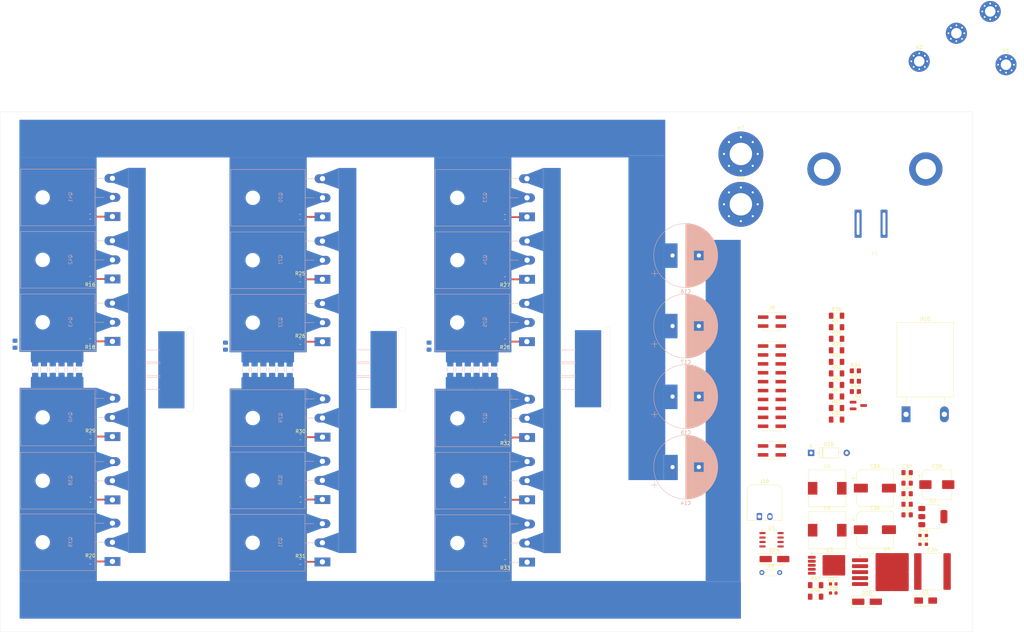
<source format=kicad_pcb>
(kicad_pcb (version 20241229) (generator "pcbnew") (generator_version "9.0")
  (layers (0 "F.Cu" signal) (4 "In1.Cu" signal) (6 "In2.Cu" signal) (2 "B.Cu" signal) (13 "F.Paste" user) (15 "B.Paste" user) (5 "F.SilkS" user "F.Silkscreen") (7 "B.SilkS" user "B.Silkscreen") (1 "F.Mask" user) (3 "B.Mask" user) (25 "Edge.Cuts" user))
  (net 0 "")
  (net 1 "GND")
  (net 2 "V+")
  (net 3 "/temp2")
  (net 4 "VCC")
  (net 5 "/C_B")
  (net 6 "/DS_C")
  (net 7 "Net-(Q23-G)")
  (net 8 "/C_C")
  (net 9 "/temp3")
  (net 10 "/temp1")
  (net 11 "/C_A")
  (net 12 "/DS_A")
  (net 13 "/PhaseC")
  (net 14 "/DS_B")
  (net 15 "Net-(Q20-G)")
  (net 16 "Net-(Q26-G)")
  (net 17 "Net-(Q29-G)")
  (net 18 "Net-(Q38-G)")
  (net 19 "Net-(Q41-G)")
  (net 20 "Net-(Q21-G)")
  (net 21 "Net-(Q22-G)")
  (net 22 "Net-(Q24-G)")
  (net 23 "Net-(Q25-G)")
  (net 24 "Net-(Q27-G)")
  (net 25 "Net-(Q28-G)")
  (net 26 "Net-(Q30-G)")
  (net 27 "Net-(Q31-G)")
  (net 28 "Net-(Q39-G)")
  (net 29 "Net-(Q40-G)")
  (net 30 "Net-(Q42-G)")
  (net 31 "Net-(Q43-G)")
  (net 32 "+12V")
  (net 33 "Net-(U3-P$4)")
  (net 34 "+3.3V")
  (net 35 "Net-(D1-K)")
  (net 36 "Net-(D9-K)")
  (net 37 "BATT-")
  (net 38 "Net-(D14-K)")
  (net 39 "Net-(D14-A)")
  (net 40 "Net-(D15-K)")
  (net 41 "Net-(D17-A)")
  (net 42 "Net-(D18-A)")
  (net 43 "/PWM_CL")
  (net 44 "/PWM_AH")
  (net 45 "/PWM_BH")
  (net 46 "/phaseA")
  (net 47 "/PWM_BL")
  (net 48 "/phaseB")
  (net 49 "/PWM_AL")
  (net 50 "/PWM_CH")
  (net 51 "BATT+")
  (net 52 "Net-(J16-Pin_2)")
  (net 53 "FINISH")
  (net 54 "Net-(D2-A)")
  (net 55 "Net-(R36-Pad2)")
  (net 56 "Net-(R37-Pad2)")
  (net 57 "Net-(U1A--)")
  (net 58 "Net-(R40-Pad2)")
  (net 59 "Net-(R41-Pad2)")
  (net 60 "VOLT_MEAS")
  (net 61 "VOLT_MEAS_STM32")
  (net 62 "/Powerstagee/DS_A")
  (net 63 "/Powerstagee/C_A")
  (net 64 "/Powerstagee/C_B")
  (net 65 "/Powerstagee/DS_B")
  (net 66 "/Powerstagee/DS_C")
  (net 67 "/Powerstagee/C_C")
  (net 68 "/Powerstagee/Gate_AH")
  (net 69 "/Powerstagee/Gate_AL")
  (net 70 "/Powerstagee/temp1")
  (net 71 "/Powerstagee/temp2")
  (net 72 "/Powerstagee/temp3")
  (net 73 "/Powerstagee/Gate_BH")
  (net 74 "/Powerstagee/Gate_BL")
  (net 75 "/Powerstagee/Gate_CH")
  (net 76 "/Powerstagee/Gate_CL")
  (net 77 "+5V")
  (footprint "Package_TO_SOT_SMD:SOT-23_Handsoldering" (layer "F.Cu") (at 260.5 99.725)
    (property "Reference" "Q2")
    (property "Value" "AO3404")
  )
  (footprint "Resistor_SMD:R_0805_2012Metric_Pad1.20x1.40mm_HandSolder" (layer "F.Cu") (at 159.906179 126.6117)
    (property "Reference" "R24" (hide yes))
    (property "Value" "R")
  )
  (footprint "Capacitor_SMD:C_0805_2012Metric_Pad1.18x1.45mm_HandSolder" (layer "F.Cu") (at 274.395 121.865)
    (property "Reference" "C39")
    (property "Value" "1uF")
  )
  (footprint "Resistor_SMD:R_0805_2012Metric_Pad1.20x1.40mm_HandSolder" (layer "F.Cu") (at 101.582482 126.546299 180)
    (property "Reference" "R22" (hide yes))
    (property "Value" "R")
  )
  (footprint "Resistor_THT:R_Axial_DIN0204_L3.6mm_D1.6mm_P5.08mm_Horizontal" (layer "F.Cu") (at 233.02 147.35)
    (property "Reference" "D9")
    (property "Value" "10V")
  )
  (footprint "Connector_PinSocket_2.54mm:PinSocket_2x02_P2.54mm_Vertical_SMD" (layer "F.Cu") (at 235.9 75.8)
    (property "Reference" "J6")
    (property "Value" "V+_supply")
  )
  (footprint "MountingHole:MountingHole_6.4mm_M6_Pad_Via" (layer "F.Cu") (at 227.030887 42.355887)
    (property "Reference" "H8")
    (property "Value" "MountingHole_Pad")
  )
  (footprint "Resistor_SMD:R_1206_3216Metric_Pad1.30x1.75mm_HandSolder" (layer "F.Cu") (at 254.3 80.7)
    (property "Reference" "R38")
    (property "Value" "33K")
  )
  (footprint "RELAY180LH:Untitled" (layer "F.Cu") (at 265.225 44.3)
    (property "Reference" "K1")
    (property "Value" "Relay_SPST-NO")
  )
  (footprint "Capacitor_SMD:C_0805_2012Metric_Pad1.18x1.45mm_HandSolder" (layer "F.Cu") (at 274.395 130.895)
    (property "Reference" "C42")
    (property "Value" "10uF")
  )
  (footprint "Package_TO_SOT_THT:TO-247-2_Horizontal_TabDown" (layer "F.Cu") (at 274.1 102.24)
    (property "Reference" "R10")
    (property "Value" "500")
  )
  (footprint "Resistor_SMD:R_0805_2012Metric_Pad1.20x1.40mm_HandSolder" (layer "F.Cu") (at 101.5 81.539428)
    (property "Reference" "R26")
    (property "Value" "R")
  )
  (footprint "Resistor_SMD:R_0805_2012Metric_Pad1.20x1.40mm_HandSolder" (layer "F.Cu") (at 41.728664 108.581606)
    (property "Reference" "R29")
    (property "Value" "R")
  )
  (footprint "MountingHole:MountingHole_3mm_Pad_Via" (layer "F.Cu") (at 288.43198 -6.40901)
    (property "Reference" "H3" (hide yes))
    (property "Value" "MountingHole")
  )
  (footprint "Resistor_SMD:R_0805_2012Metric_Pad1.20x1.40mm_HandSolder" (layer "F.Cu") (at 41.703692 144.186659)
    (property "Reference" "R20")
    (property "Value" "R")
  )
  (footprint "Package_TO_SOT_SMD:TO-252-5_TabPin6" (layer "F.Cu") (at 252.275 145.275)
    (property "Reference" "U3")
    (property "Value" "XL7015")
  )
  (footprint "Capacitor_SMD:C_0805_2012Metric_Pad1.18x1.45mm_HandSolder" (layer "F.Cu") (at 274.395 124.875)
    (property "Reference" "C40")
    (property "Value" "100nF")
  )
  (footprint "Resistor_SMD:R_0805_2012Metric_Pad1.20x1.40mm_HandSolder" (layer "F.Cu") (at 101.554067 144.304336)
    (property "Reference" "R31")
    (property "Value" "R")
  )
  (footprint "LED_SMD:LED_0603_1608Metric" (layer "F.Cu") (at 253.355 150.595)
    (property "Reference" "D17")
    (property "Value" "5V LED")
  )
  (footprint "Resistor_SMD:R_0805_2012Metric_Pad1.20x1.40mm_HandSolder" (layer "F.Cu") (at 101.5 45.956666 180)
    (property "Reference" "R21" (hide yes))
    (property "Value" "R")
  )
  (footprint "Capacitor_SMD:CP_Elec_10x10" (layer "F.Cu") (at 265.22 135.125)
    (property "Reference" "C36")
    (property "Value" "33u")
  )
  (footprint "Resistor_SMD:R_0603_1608Metric_Pad0.98x0.95mm_HandSolder" (layer "F.Cu") (at 278.975 136.775)
    (property "Reference" "R46")
    (property "Value" "1k")
  )
  (footprint "LED_SMD:LED_0603_1608Metric" (layer "F.Cu") (at 253.355 153.185)
    (property "Reference" "D18")
    (property "Value" "12V LED")
  )
  (footprint "Resistor_SMD:R_1206_3216Metric_Pad1.30x1.75mm_HandSolder" (layer "F.Cu") (at 248.335 154.235)
    (property "Reference" "R48")
    (property "Value" "150K")
  )
  (footprint "Resistor_SMD:R_0805_2012Metric_Pad1.20x1.40mm_HandSolder" (layer "F.Cu") (at 159.827207 63.752582 180)
    (property "Reference" "R27")
    (property "Value" "R")
  )
  (footprint "Resistor_SMD:R_0805_2012Metric_Pad1.20x1.40mm_HandSolder" (layer "F.Cu") (at 159.92033 108.854438 180)
    (property "Reference" "R32")
    (property "Value" "R")
  )
  (footprint "Connector_PinSocket_2.54mm:PinSocket_2x02_P2.54mm_Vertical_SMD" (layer "F.Cu") (at 235.88 112.53)
    (property "Reference" "J5" (hide yes))
    (property "Value" "Gnd_supply")
  )
  (footprint "Resistor_SMD:R_0805_2012Metric_Pad1.20x1.40mm_HandSolder" (layer "F.Cu") (at 41.748182 126.572709 180)
    (property "Reference" "R14" (hide yes))
    (property "Value" "R")
  )
  (footprint "Resistor_SMD:R_0805_2012Metric_Pad1.20x1.40mm_HandSolder" (layer "F.Cu") (at 41.631455 81.446613 180)
    (property "Reference" "R18")
    (property "Value" "R")
  )
  (footprint "Resistor_SMD:R_1206_3216Metric_Pad1.30x1.75mm_HandSolder" (layer "F.Cu") (at 254.3 74.12)
    (property "Reference" "R36")
    (property "Value" "470K")
  )
  (footprint "Resistor_SMD:R_0805_2012Metric_Pad1.20x1.40mm_HandSolder" (layer "F.Cu") (at 101.582482 108.752671)
    (property "Reference" "R30")
    (property "Value" "R")
  )
  (footprint "Diode_SMD:D_SMA" (layer "F.Cu") (at 279.68 155.335)
    (property "Reference" "D1")
    (property "Value" "SS210")
  )
  (footprint "Connector_Molex:Molex_Micro-Fit_3.0_43650-0200_1x02_P3.00mm_Horizontal" (layer "F.Cu") (at 232.32 131.39)
    (property "Reference" "J16")
    (property "Value" "External Switch")
  )
  (footprint "Package_TO_SOT_SMD:SOT-223-3_TabPin2" (layer "F.Cu") (at 281.725 131.4)
    (property "Reference" "U2")
    (property "Value" "AMS1117-3.3")
  )
  (footprint "Resistor_SMD:R_0805_2012Metric_Pad1.20x1.40mm_HandSolder" (layer "F.Cu") (at 259.65 89.85)
    (property "Reference" "R34")
    (property "Value" "1k")
  )
  (footprint "Capacitor_SMD:C_0805_2012Metric_Pad1.18x1.45mm_HandSolder" (layer "F.Cu") (at 274.395 118.855)
    (property "Reference" "C37")
    (property "Value" "33nF")
  )
  (footprint "Resistor_SMD:R_0603_1608Metric_Pad0.98x0.95mm_HandSolder" (layer "F.Cu") (at 278.975 139.285)
    (property "Reference" "R49")
    (property "Value" "1k")
  )
  (footprint "Resistor_SMD:R_0805_2012Metric_Pad1.20x1.40mm_HandSolder" (layer "F.Cu") (at 259.65 92.8)
    (property "Reference" "R35")
    (property "Value" "10K")
  )
  (footprint "Resistor_SMD:R_1206_3216Metric_Pad1.30x1.75mm_HandSolder" (layer "F.Cu") (at 248.335 150.945)
    (property "Reference" "R47")
    (property "Value" "150K")
  )
  (footprint "Resistor_SMD:R_1206_3216Metric_Pad1.30x1.75mm_HandSolder" (layer "F.Cu") (at 254.3 77.41)
    (property "Reference" "R37")
    (property "Value" "220K")
  )
  (footprint "Resistor_SMD:R_1206_3216Metric_Pad1.30x1.75mm_HandSolder" (layer "F.Cu") (at 254.3 90.57)
    (property "Reference" "R41")
    (property "Value" "150K")
  )
  (footprint "Inductor_SMD:L_10.4x10.4_H4.8" (layer "F.Cu") (at 251.635 123.325)
    (property "Reference" "L4")
    (property "Value" "33u")
  )
  (footprint "MountingHole:MountingHole_3mm_Pad_Via" (layer "F.Cu") (at 277.84099 1.59099)
    (property "Reference" "H2")
    (property "Value" "MountingHole")
  )
  (footprint "Package_TO_SOT_SMD:TO-263-5_TabPin3" (layer "F.Cu") (at 268.635 147.225)
    (property "Reference" "U4")
    (property "Value" "LM2596S-5")
  )
  (footprint "Resistor_SMD:R_1206_3216Metric_Pad1.30x1.75mm_HandSolder" (layer "F.Cu") (at 254.3 97.15)
    (property "Reference" "R43")
    (property "Value" "10K")
  )
  (footprint "Inductor_SMD:L_10.4x10.4_H4.8" (layer "F.Cu") (at 251.635 135.275)
    (property "Reference" "L5")
    (property "Value" "100uH")
  )
  (footprint "Capacitor_SMD:CP_Elec_8x10" (layer "F.Cu") (at 282.86 122.275)
    (property "Reference" "C38")
    (property "Value" "100uF")
  )
  (footprint "Resistor_SMD:R_0805_2012Metric_Pad1.20x1.40mm_HandSolder" (layer "F.Cu") (at 41.659155 63.639637 180)
    (property "Reference" "R16")
    (property "Value" "R")
  )
  (footprint "MountingHole:MountingHole_3mm_Pad_Via" (layer "F.Cu") (at 302.56802 2.56802)
    (property "Reference" "H1")
    (property "Value" "MountingHole")
  )
  (footprint "MountingHole:MountingHole_3mm_Pad_Via" (layer "F.Cu") (at 298.06802 -12.61396)
    (property "Reference" "H4" (hide yes))
    (property "Value" "MountingHole")
  )
  (footprint "Capacitor_SMD:C_0805_2012Metric_Pad1.18x1.45mm_HandSolder" (layer "F.Cu") (at 274.395 127.885)
    (property "Reference" "C41")
    (property "Value" "10uF")
  )
  (footprint "Diode_THT:D_A-405_P10.16mm_Horizontal" (layer "F.Cu") (at 247.035 113.225)
    (property "Reference" "D16")
    (property "Value" "24V")
  )
  (footprint "Resistor_SMD:R_1206_3216Metric_Pad1.30x1.75mm_HandSolder" (layer "F.Cu") (at 254.3 93.86)
    (property "Reference" "R42")
    (property "Value" "33K")
  )
  (footprint "Resistor_SMD:R_1206_3216Metric_Pad1.30x1.75mm_HandSolder" (layer "F.Cu") (at 254.3 83.99)
    (property "Reference" "R39")
    (property "Value" "10K")
  )
  (footprint "Resistor_SMD:R_0805_2012Metric_Pad1.20x1.40mm_HandSolder" (layer "F.Cu") (at 159.88955 144.38242 180)
    (property "Reference" "R33")
    (property "Value" "R")
  )
  (footprint "Resistor_SMD:R_0805_2012Metric_Pad1.20x1.40mm_HandSolder" (layer "F.Cu") (at 159.809121 45.998994)
    (property "Reference" "R23" (hide yes))
    (property "Value" "R")
  )
  (footprint "Capacitor_SMD:CP_Elec_10x10" (layer "F.Cu") (at 265.22 123.275)
    (property "Reference" "C33")
    (property "Value" "680uF")
  )
  (footprint "Resistor_SMD:R_0805_2012Metric_Pad1.20x1.40mm_HandSolder" (layer "F.Cu") (at 41.67078 45.855165 180)
    (property "Reference" "R13" (hide yes))
    (property "Value" "R")
  )
  (footprint "Resistor_SMD:R_0805_2012Metric_Pad1.20x1.40mm_HandSolder" (layer "F.Cu") (at 101.5 63.751838)
    (property "Reference" "R25")
    (property "Value" "R")
  )
  (footprint "Package_SO:SO-8_3.9x4.9mm_P1.27mm" (layer "F.Cu") (at 235.77 138)
    (property "Reference" "U1")
    (property "Value" "TL072")
  )
  (footprint "Resistor_SMD:R_1206_3216Metric_Pad1.30x1.75mm_HandSolder" (layer "F.Cu") (at 254.3 100.44)
    (property "Reference" "R45")
    (property "Value" "33K")
  )
  (footprint "Capacitor_SMD:C_3640_9110Metric_Pad2.10x10.45mm_HandSolder" (layer "F.Cu") (at 281.615 147.055)
    (property "Reference" "C34")
    (property "Value" "220u")
  )
  (footprint "Resistor_SMD:R_0805_2012Metric_Pad1.20x1.40mm_HandSolder" (layer "F.Cu") (at 259.65 95.75)
    (property "Reference" "R44")
    (property "Value" "1k")
  )
  (footprint "Resistor_SMD:R_0805_2012Metric_Pad1.20x1.40mm_HandSolder" (layer "F.Cu") (at 159.810965 81.504974 180)
    (property "Reference" "R28")
    (property "Value" "R")
  )
  (footprint "MountingHole:MountingHole_6.4mm_M6_Pad_Via" (layer "F.Cu") (at 227.030887 28.005887)
    (property "Reference" "H7")
    (property "Value" "MountingHole_Pad")
  )
  (footprint "Resistor_SMD:R_1206_3216Metric_Pad1.30x1.75mm_HandSolder" (layer "F.Cu") (at 254.3 87.28)
    (property "Reference" "R40")
    (property "Value" "470K")
  )
  (footprint "Connector_PinSocket_2.54mm:PinSocket_2x10_P2.54mm_Vertical_SMD" (layer "F.Cu") (at 235.88 94.2)
    (property "Reference" "J1" (hide yes))
    (property "Value" "Data_Conn")
  )
  (footprint "Diode_SMD:D_SMA_Handsoldering" (layer "F.Cu") (at 236.615 143.5)
    (property "Reference" "D14")
    (property "Value" "SS54")
  )
  (footprint "Diode_SMD:D_SMA_Handsoldering" (layer "F.Cu") (at 262.98 155.675)
    (property "Reference" "D15")
    (property "Value" "1N5822")
  )
  (footprint "Resistor_SMD:R_1206_3216Metric_Pad1.30x1.75mm_HandSolder" (layer "F.Cu") (at 254.3 103.73)
    (property "Reference" "R50")
    (property "Value" "220K")
  )
  (footprint "Capacitor_THT:CP_Radial_D18.0mm_P7.50mm" (layer "B.Cu") (at 207.567421 77.069752)
    (property "Reference" "C17")
    (property "Value" "820u_100v")
  )
  (footprint "Custom:TO-247 Horizontal Tabup" (layer "B.Cu") (at 154.679987 58.176523 -90)
    (property "Reference" "Q24")
    (property "Value" "HY5110W")
  )
  (footprint "Custom:TO-247 Horizontal Tabup" (layer "B.Cu") (at 36.540089 121.072709 -90)
    (property "Reference" "Q38")
    (property "Value" "HY5110W")
  )
  (footprint "Custom:TO-247 Horizontal Tabup" (layer "B.Cu") (at 154.618 75.953047 -90)
    (property "Reference" "Q25")
    (property "Value" "HY5110W")
  )
  (footprint "Custom:TO-247 Horizontal Tabup" (layer "B.Cu") (at 96.387696 103.187655 -90)
    (property "Reference" "Q29")
    (property "Value" "HY5110W")
  )
  (footprint "Resistor_SMD:R_2512_6332Metric_Pad1.40x3.35mm_HandSolder" (layer "B.Cu") (at 177.75 89.5)
    (property "Reference" "R8" (hide yes))
    (property "Value" "R0005")
  )
  (footprint "Capacitor_THT:CP_Radial_D18.0mm_P7.50mm" (layer "B.Cu") (at 207.56742 97.180085)
    (property "Reference" "C15")
    (property "Value" "820u_100v")
  )
  (footprint "Capacitor_SMD:C_1206_3216Metric_Pad1.33x1.80mm_HandSolder" (layer "B.Cu") (at 33.5 89.480001 -90)
    (property "Reference" "C12" (hide yes))
    (property "Value" "4.7uF")
  )
  (footprint "Capacitor_SMD:C_1206_3216Metric_Pad1.33x1.80mm_HandSolder" (layer "B.Cu") (at 154.25 89.504091 -90)
    (property "Reference" "C18" (hide yes))
    (property "Value" "4.7uF")
  )
  (footprint "Capacitor_SMD:C_1206_3216Metric_Pad1.33x1.80mm_HandSolder" (layer "B.Cu") (at 146.75 89.506508 -90)
    (property "Reference" "C6" (hide yes))
    (property "Value" "4.7uF")
  )
  (footprint "Custom:TO-247 Horizontal Tabup" (layer "B.Cu") (at 96.359996 58.196713 -90)
    (property "Reference" "Q21")
    (property "Value" "HY5110W")
  )
  (footprint "Capacitor_SMD:C_1206_3216Metric_Pad1.33x1.80mm_HandSolder" (layer "B.Cu") (at 156.75 89.504092 -90)
    (property "Reference" "C19" (hide yes))
    (property "Value" "4.7uF")
  )
  (footprint "Resistor_SMD:R_0805_2012Metric_Pad1.20x1.40mm_HandSolder" (layer "B.Cu") (at 138.2 82.8 90)
    (property "Reference" "R19" (hide yes))
    (property "Value" "NTC 10K")
  )
  (footprint "Capacitor_SMD:C_1206_3216Metric_Pad1.33x1.80mm_HandSolder" (layer "B.Cu") (at 36 89.5 -90)
    (property "Reference" "C4" (hide yes))
    (property "Value" "4.7uF")
  )
  (footprint "Capacitor_SMD:C_1206_3216Metric_Pad1.33x1.80mm_HandSolder" (layer "B.Cu") (at 98.5 89.541631 -90)
    (property "Reference" "C3" (hide yes))
    (property "Value" "4.7uF")
  )
  (footprint "Capacitor_SMD:C_1206_3216Metric_Pad1.33x1.80mm_HandSolder" (layer "B.Cu") (at 151.75 89.504091 -90)
    (property "Reference" "C13" (hide yes))
    (property "Value" "4.7uF")
  )
  (footprint "Capacitor_SMD:C_1206_3216Metric_Pad1.33x1.80mm_HandSolder" (layer "B.Cu") (at 88.5 89.5 -90)
    (property "Reference" "C21" (hide yes))
    (property "Value" "4.7uF")
  )
  (footprint "Capacitor_SMD:C_1206_3216Metric_Pad1.33x1.80mm_HandSolder" (layer "B.Cu") (at 86 89.5 -90)
    (property "Reference" "C20" (hide yes))
    (property "Value" "4.7uF")
  )
  (footprint "Custom:TO-247 Horizontal Tabup" (layer "B.Cu") (at 154.684361 103.283744 -90)
    (property "Reference" "Q27")
    (property "Value" "HY5110W")
  )
  (footprint "Capacitor_SMD:C_1206_3216Metric_Pad1.33x1.80mm_HandSolder" (layer "B.Cu") (at 38.5 89.5 -90)
    (property "Reference" "C8" (hide yes))
    (property "Value" "4.7uF")
  )
  (footprint "Resistor_SMD:R_2512_6332Metric_Pad1.40x3.35mm_HandSolder" (layer "B.Cu") (at 177.747166 85.580318)
    (property "Reference" "R9" (hide yes))
    (property "Value" "R0005")
  )
  (footprint "Resistor_SMD:R_2512_6332Metric_Pad1.40x3.35mm_HandSolder" (layer "B.Cu") (at 119.50239 93.443323)
    (property "Reference" "R4" (hide yes))
    (property "Value" "R0005")
  )
  (footprint "Resistor_SMD:R_2512_6332Metric_Pad1.40x3.35mm_HandSolder" (layer "B.Cu") (at 119.5 89.5)
    (property "Reference" "R5" (hide yes))
    (property "Value" "R0005")
  )
  (footprint "Capacitor_THT:CP_Radial_D18.0mm_P7.50mm" (layer "B.Cu") (at 207.567421 56.959418)
    (property "Reference" "C16")
    (property "Value" "820u_100v")
  )
  (footprint "Capacitor_SMD:C_1206_3216Metric_Pad1.33x1.80mm_HandSolder" (layer "B.Cu") (at 91 89.5 -90)
    (property "Reference" "C22" (hide yes))
    (property "Value" "4.7uF")
  )
  (footprint "Resistor_SMD:R_2512_6332Metric_Pad1.40x3.35mm_HandSolder" (layer "B.Cu") (at 59.498099 93.404173)
    (property "Reference" "R1" (hide yes))
    (property "Value" "R0005")
  )
  (footprint "Resistor_SMD:R_0805_2012Metric_Pad1.20x1.40mm_HandSolder" (layer "B.Cu") (at 20.25 82.25 90)
    (property "Reference" "R15" (hide yes))
    (property "Value" "NTC 10K")
  )
  (footprint "Custom:TO-247 Horizontal Tabup" (layer "B.Cu") (at 96.352683 138.757683 -90)
    (property "Reference" "Q31")
    (property "Value" "HY5110W")
  )
  (footprint "Capacitor_SMD:C_1206_3216Metric_Pad1.33x1.80mm_HandSolder" (layer "B.Cu") (at 93.5 89.5 -90)
    (property "Reference" "C1" (hide yes))
    (property "Value" "4.7uF")
  )
  (footprint "Capacitor_SMD:C_1206_3216Metric_Pad1.33x1.80mm_HandSolder" (layer "B.Cu") (at 28.5 89.480001 -90)
    (property "Reference" "C10" (hide yes))
    (property "Value" "4.7uF")
  )
  (footprint "Capacitor_SMD:C_1206_3216Metric_Pad1.33x1.80mm_HandSolder" (layer "B.Cu") (at 149.25 89.506508 -90)
    (property "Reference" "C7" (hide yes))
    (property "Value" "4.7uF")
  )
  (footprint "Custom:TO-247 Horizontal Tabup" (layer "B.Cu") (at 36.539999 58.096557 -90)
    (property "Reference" "Q42")
    (property "Value" "HY5110W")
  )
  (footprint "Resistor_SMD:R_2512_6332Metric_Pad1.40x3.35mm_HandSolder" (layer "B.Cu") (at 59.5 89.5)
    (property "Reference" "R2" (hide yes))
    (property "Value" "R0005")
  )
  (footprint "Resistor_SMD:R_0805_2012Metric_Pad1.20x1.40mm_HandSolder" (layer "B.Cu") (at 80.2 82.8 90)
    (property "Reference" "R17" (hide yes))
    (property "Value" "NTC 10K")
  )
  (footprint "Custom:TO-247 Horizontal Tabup" (layer "B.Cu") (at 96.379999 75.998424 -90)
    (property "Reference" "Q22")
    (property "Value" "HY5110W")
  )
  (footprint "Capacitor_SMD:C_1206_3216Metric_Pad1.33x1.80mm_HandSolder" (layer "B.Cu") (at 96 89.541632 -90)
    (property "Reference" "C2" (hide yes))
    (property "Value" "4.7uF")
  )
  (footprint "Custom:TO-247 Horizontal Tabup" (layer "B.Cu") (at 36.540002 40.299781 -90)
    (property "Reference" "Q41")
    (property "Value" "HY5110W")
  )
  (footprint "Resistor_SMD:R_2512_6332Metric_Pad1.40x3.35mm_HandSolder" (layer "B.Cu") (at 59.500002 85.61)
    (property "Reference" "R3" (hide yes))
    (property "Value" "R0005")
  )
  (footprint "Custom:TO-247 Horizontal Tabup" (layer "B.Cu") (at 154.684361 121.060281 -90)
    (property "Reference" "Q28")
    (property "Value" "HY5110W")
  )
  (footprint "Custom:TO-247 Horizontal Tabup" (layer "B.Cu") (at 154.647747 40.4 -90)
    (property "Reference" "Q23")
    (property "Value" "HY5110W")
  )
  (footprint "Capacitor_SMD:C_1206_3216Metric_Pad1.33x1.80mm_HandSolder" (layer "B.Cu") (at 144.25 89.5 -90)
    (property "Reference" "C5" (hide yes))
    (property "Value" "4.7uF")
  )
  (footprint "Custom:TO-247 Horizontal Tabup" (layer "B.Cu") (at 96.399999 40.395 -90)
    (property "Reference" "Q20")
    (property "Value" "HY5110W")
  )
  (footprint "Resistor_SMD:R_2512_6332Metric_Pad1.40x3.35mm_HandSolder" (layer "B.Cu") (at 177.760107 93.422129)
    (property "Reference" "R7" (hide yes))
    (property "Value" "R0005")
  )
  (footprint "Custom:TO-247 Horizontal Tabup" (layer "B.Cu") (at 36.540088 103.021043 -90)
    (property "Reference" "Q40")
    (property "Value" "HY5110W")
  )
  (footprint "Custom:TO-247 Horizontal Tabup" (layer "B.Cu") (at 36.540088 138.621043 -90)
    (property "Reference" "Q39")
    (property "Value" "HY5110W")
  )
  (footprint "Capacitor_SMD:C_1206_3216Metric_Pad1.33x1.80mm_HandSolder" (layer "B.Cu") (at 31 89.480002 -90)
    (property "Reference" "C11" (hide yes))
    (property "Value" "4.7uF")
  )
  (footprint "Capacitor_THT:CP_Radial_D18.0mm_P7.50mm" (layer "B.Cu") (at 207.56742 117.290421)
    (property "Reference" "C14")
    (property "Value" "820u_100v")
  )
  (footprint "Custom:TO-247 Horizontal Tabup" (layer "B.Cu") (at 96.352683 120.972669 -90)
    (property "Reference" "Q30")
    (property "Value" "HY5110W")
  )
  (footprint "Resistor_SMD:R_2512_6332Metric_Pad1.40x3.35mm_HandSolder" (layer "B.Cu") (at 119.504553 85.559826)
    (property "Reference" "R6" (hide yes))
    (property "Value" "R0005")
  )
  (footprint "Capacitor_SMD:C_1206_3216Metric_Pad1.33x1.80mm_HandSolder" (layer "B.Cu") (at 26 89.480001 -90)
    (property "Reference" "C9" (hide yes))
    (property "Value" "4.7uF")
  )
  (footprint "Custom:TO-247 Horizontal Tabup" (layer "B.Cu") (at 36.539999 75.893334 -90)
    (property "Reference" "Q43")
    (property "Value" "HY5110W")
  )
  (footprint "Custom:TO-247 Horizontal Tabup" (layer "B.Cu") (at 154.683837 138.836818 -90)
    (property "Reference" "Q26")
    (property "Value" "HY5110W")
  )
  (gr_arc (start 71.048099 100.551666) (mid 70.0481 101.551666) (end 69.0481 100.551667) (stroke (width 0.05)) (layer "Edge.Cuts"))
  (gr_line (start 69.0481 78.551666) (end 69.0481 100.551667) (stroke (width 0.05)) (layer "Edge.Cuts"))
  (gr_arc (start 131.522166 100.482876) (mid 130.522167 101.482876) (end 129.522167 100.482877) (stroke (width 0.05)) (layer "Edge.Cuts"))
  (gr_line (start 131.522166 100.482876) (end 131.522166 78.482876) (stroke (width 0.05)) (layer "Edge.Cuts"))
  (gr_line (start 129.522167 78.482876) (end 129.522167 100.482877) (stroke (width 0.05)) (layer "Edge.Cuts"))
  (gr_arc (start 187.750001 78.25) (mid 188.750001 77.25) (end 189.750001 78.25) (stroke (width 0.05)) (layer "Edge.Cuts"))
  (gr_arc (start 69.0481 78.551666) (mid 70.0481 77.551666) (end 71.0481 78.551666) (stroke (width 0.05)) (layer "Edge.Cuts"))
  (gr_line (start 187.750001 78.25) (end 187.750001 100.250001) (stroke (width 0.05)) (layer "Edge.Cuts"))
  (gr_arc (start 129.522167 78.482876) (mid 130.522167 77.482876) (end 131.522167 78.482876) (stroke (width 0.05)) (layer "Edge.Cuts"))
  (gr_rect (start 16 16) (end 293 164.25) (stroke (width 0.05)) (fill no) (layer "Edge.Cuts"))
  (gr_arc (start 189.75 100.25) (mid 188.750001 101.25) (end 187.750001 100.250001) (stroke (width 0.05)) (layer "Edge.Cuts"))
  (gr_line (start 71.048099 100.551666) (end 71.048099 78.551666) (stroke (width 0.05)) (layer "Edge.Cuts"))
  (gr_line (start 189.75 100.25) (end 189.75 78.25) (stroke (width 0.05)) (layer "Edge.Cuts"))
  (segment (start 151.81015 95.987005) (end 151.565837 96.231318) (width 2) (layer "B.Cu") (net 1))
  (segment (start 160.809121 45.998994) (end 160.810127 46) (width 0.5) (layer "F.Cu") (net 7))
  (segment (start 160.810127 46) (end 166.062747 46) (width 0.5) (layer "F.Cu") (net 7))
  (segment (start 166.062747 46) (end 166.107747 45.955) (width 0.5) (layer "F.Cu") (net 7))
  (segment (start 102.5 45.956666) (end 107.853333 45.956666) (width 0.5) (layer "F.Cu") (net 15))
  (segment (start 107.853333 45.956666) (end 107.859999 45.95) (width 0.5) (layer "F.Cu") (net 15))
  (segment (start 107.847093 108.742052) (end 107.847696 108.742655) (width 0.5) (layer "F.Cu") (net 17))
  (segment (start 102.593101 108.742052) (end 107.847093 108.742052) (width 0.5) (layer "F.Cu") (net 17))
  (segment (start 102.582482 108.752671) (end 102.593101 108.742052) (width 0.5) (layer "F.Cu") (net 17))
  (segment (start 42.748182 126.572709) (end 47.945089 126.572709) (width 0.5) (layer "F.Cu") (net 18))
  (segment (start 47.945089 126.572709) (end 48.000089 126.627709) (width 0.5) (layer "F.Cu") (net 18))
  (segment (start 42.688576 45.872961) (end 47.981822 45.872961) (width 0.5) (layer "F.Cu") (net 19))
  (segment (start 42.67078 45.855165) (end 42.688576 45.872961) (width 0.5) (layer "F.Cu") (net 19))
  (segment (start 47.981822 45.872961) (end 48.000002 45.854781) (width 0.5) (layer "F.Cu") (net 19))
  (segment (start 102.748287 63.751713) (end 107.819996 63.751713) (width 0.5) (layer "F.Cu") (net 20))
  (segment (start 102.5 63.751838) (end 102.748162 63.751838) (width 0.5) (layer "F.Cu") (net 20))
  (segment (start 102.748162 63.751838) (end 102.748287 63.751713) (width 0.5) (layer "F.Cu") (net 20))
  (segment (start 107.826003 81.539428) (end 107.839999 81.553424) (width 0.5) (layer "F.Cu") (net 21))
  (segment (start 102.5 81.539428) (end 107.826003 81.539428) (width 0.5) (layer "F.Cu") (net 21))
  (segment (start 160.828574 63.751215) (end 166.120295 63.751215) (width 0.5) (layer "F.Cu") (net 22))
  (segment (start 166.120295 63.751215) (end 166.139987 63.731523) (width 0.5) (layer "F.Cu") (net 22))
  (segment (start 160.827207 63.752582) (end 160.828574 63.751215) (width 0.5) (layer "F.Cu") (net 22))
  (segment (start 166.074927 81.504974) (end 166.078 81.508047) (width 0.5) (layer "F.Cu") (net 23))
  (segment (start 160.810965 81.504974) (end 166.074927 81.504974) (width 0.5) (layer "F.Cu") (net 23))
  (segment (start 161.958411 108.838744) (end 166.144361 108.838744) (width 0.5) (layer "F.Cu") (net 24))
  (segment (start 161.942717 108.854438) (end 161.958411 108.838744) (width 0.5) (layer "F.Cu") (net 24))
  (segment (start 160.92033 108.854438) (end 161.942717 108.854438) (width 0.5) (layer "F.Cu") (net 24))
  (segment (start 161.181874 126.615281) (end 166.144361 126.615281) (width 0.5) (layer "F.Cu") (net 25))
  (segment (start 160.946219 126.6117) (end 161.065837 126.731318) (width 0.5) (layer "F.Cu") (net 25))
  (segment (start 160.906179 126.6117) (end 160.946219 126.6117) (width 0.5) (layer "F.Cu") (net 25))
  (segment (start 161.065837 126.731318) (end 161.181874 126.615281) (width 0.5) (layer "F.Cu") (net 25))
  (segment (start 102.582482 126.546299) (end 102.588952 126.539829) (width 0.5) (layer "F.Cu") (net 26))
  (segment (start 102.588952 126.539829) (end 107.800523 126.539829) (width 0.5) (layer "F.Cu") (net 26))
  (segment (start 107.800523 126.539829) (end 107.812683 126.527669) (width 0.5) (layer "F.Cu") (net 26))
  (segment (start 102.560387 144.298016) (end 107.798016 144.298016) (width 0.5) (layer "F.Cu") (net 27))
  (segment (start 107.798016 144.298016) (end 107.812683 144.312683) (width 0.5) (layer "F.Cu") (net 27))
  (segment (start 102.554067 144.304336) (end 102.560387 144.298016) (width 0.5) (layer "F.Cu") (net 27))
  (segment (start 42.703795 144.186556) (end 47.989575 144.186556) (width 0.5) (layer "F.Cu") (net 28))
  (segment (start 42.703692 144.186659) (end 42.703795 144.186556) (width 0.5) (layer "F.Cu") (net 28))
  (segment (start 47.989575 144.186556) (end 48.000088 144.176043) (width 0.5) (layer "F.Cu") (net 28))
  (segment (start 42.737561 108.572709) (end 47.996754 108.572709) (width 0.5) (layer "F.Cu") (net 29))
  (segment (start 42.728664 108.581606) (end 42.737561 108.572709) (width 0.5) (layer "F.Cu") (net 29))
  (segment (start 47.996754 108.572709) (end 48.000088 108.576043) (width 0.5) (layer "F.Cu") (net 29))
  (segment (start 42.659155 63.639637) (end 42.679678 63.66016) (width 0.5) (layer "F.Cu") (net 30))
  (segment (start 47.991396 63.66016) (end 47.999999 63.651557) (width 0.5) (layer "F.Cu") (net 30))
  (segment (start 42.679678 63.66016) (end 47.991396 63.66016) (width 0.5) (layer "F.Cu") (net 30))
  (segment (start 42.631455 81.446613) (end 42.635789 81.442279) (width 0.5) (layer "F.Cu") (net 31))
  (segment (start 42.635789 81.442279) (end 47.993944 81.442279) (width 0.5) (layer "F.Cu") (net 31))
  (segment (start 47.993944 81.442279) (end 47.999999 81.448334) (width 0.5) (layer "F.Cu") (net 31))
  (zone (net 1) (net_name "GND") (layer "B.Cu") (priority 1) (connect_pads yes (clearance 0.4)) (min_thickness 0.25) (fill yes (thermal_gap 0.5) (thermal_bridge_width 0.5))
    (polygon (pts (xy 107.845974 132.154075) (xy 103.151566 130.479768) (xy 103.158072 136.358823) (xy 107.840582 134.640468) (xy 107.845974 134.635076)))
  )
  (zone (net 12) (net_name "/DS_A") (layer "B.Cu") (priority 1) (connect_pads yes (clearance 0.4)) (min_thickness 0.25) (fill yes (thermal_gap 0.5) (thermal_bridge_width 0.5))
    (polygon (pts (xy 47.996258 104.367191) (xy 52.690665 106.041498) (xy 52.684159 100.162443) (xy 48.001649 101.880798) (xy 47.996257 101.88619)))
  )
  (zone (net 12) (net_name "/DS_A") (layer "B.Cu") (priority 1) (connect_pads yes (clearance 0.4)) (min_thickness 0.25) (fill yes (thermal_gap 0.5) (thermal_bridge_width 0.5))
    (polygon (pts (xy 48.009384 36.188013) (xy 52.703791 37.86232) (xy 52.499999 31.948334) (xy 48.014775 33.70162) (xy 48.009383 33.707012)))
  )
  (zone (net 2) (net_name "V+") (layer "B.Cu") (priority 1) (connect_pads yes (clearance 0.4)) (min_thickness 0.25) (fill yes (thermal_gap 0.5) (thermal_bridge_width 0.5))
    (polygon (pts (xy 107.822043 39.259758) (xy 103.127635 37.585451) (xy 103.134141 43.464506) (xy 107.816651 41.746151) (xy 107.822043 41.740759)))
  )
  (zone (net 2) (net_name "V+") (layer "B.Cu") (priority 1) (connect_pads yes (clearance 0.4)) (min_thickness 0.25) (fill yes (thermal_gap 0.5) (thermal_bridge_width 0.5))
    (polygon (pts (xy 166.135563 57.06104) (xy 161.441155 55.386733) (xy 161.447661 61.265788) (xy 166.130171 59.547433) (xy 166.135563 59.542041)))
  )
  (zone (net 2) (net_name "V+") (layer "B.Cu") (connect_pads yes (clearance 0.4)) (min_thickness 0.25) (fill yes (thermal_gap 0.5) (thermal_bridge_width 0.5))
    (polygon (pts (xy 161.671393 28.56006) (xy 139.671393 28.56006) (xy 139.671393 84.56006) (xy 161.671393 84.56006)))
  )
  (zone (net 1) (net_name "GND") (layer "B.Cu") (priority 8) (connect_pads yes (clearance 0.4)) (min_thickness 0.25) (fill yes (thermal_gap 0.5) (thermal_bridge_width 0.5))
    (polygon (pts (xy 213.626076 100.797744) (xy 217.626076 100.797744) (xy 217.626076 93.797744) (xy 213.626076 93.797744)))
  )
  (zone (net 2) (net_name "V+") (layer "B.Cu") (connect_pads yes (clearance 0.4)) (min_thickness 0.25) (fill yes (thermal_gap 0.5) (thermal_bridge_width 0.5))
    (polygon (pts (xy 103.360362 28.56006) (xy 81.360362 28.56006) (xy 81.360362 84.56006) (xy 103.360362 84.56006)))
  )
  (zone (net 12) (net_name "/DS_A") (layer "B.Cu") (priority 1) (connect_pads yes (clearance 0.4)) (min_thickness 0.25) (fill yes (thermal_gap 0.5) (thermal_bridge_width 0.5))
    (polygon (pts (xy 48.004327 71.783549) (xy 52.698734 73.457856) (xy 52.692228 67.578801) (xy 48.009718 69.297156) (xy 48.004326 69.302548)))
  )
  (zone (net 6) (net_name "/DS_C") (layer "B.Cu") (priority 1) (connect_pads yes (clearance 0.4)) (min_thickness 0.25) (fill yes (thermal_gap 0.5) (thermal_bridge_width 0.5))
    (polygon (pts (xy 166.143855 140.078027) (xy 170.838262 141.752334) (xy 170.831756 135.873279) (xy 166.149246 137.591634) (xy 166.143854 137.597026)))
  )
  (zone (net 2) (net_name "V+") (layer "B.Cu") (priority 1) (connect_pads yes (clearance 0.4)) (min_thickness 0.25) (fill yes (thermal_gap 0.5) (thermal_bridge_width 0.5))
    (polygon (pts (xy 107.630501 74.863566) (xy 102.936093 73.189259) (xy 102.942599 79.068314) (xy 107.625109 77.349959) (xy 107.630501 77.344567)))
  )
  (zone (net 2) (net_name "V+") (layer "B.Cu") (priority 8) (connect_pads yes (clearance 0.4)) (min_thickness 0.25) (fill yes (thermal_gap 0.5) (thermal_bridge_width 0.5))
    (polygon (pts (xy 205.068698 121.000758) (xy 209.068698 121.000758) (xy 209.068698 113.790421) (xy 205.068698 113.790421)))
  )
  (zone (net 12) (net_name "/DS_A") (layer "B.Cu") (priority 1) (connect_pads yes (clearance 0.4)) (min_thickness 0.25) (fill yes (thermal_gap 0.5) (thermal_bridge_width 0.5))
    (polygon (pts (xy 48.04034 54.018006) (xy 52.734747 55.692313) (xy 52.728241 49.813258) (xy 48.045731 51.531613) (xy 48.040339 51.537005)))
  )
  (zone (net 2) (net_name "V+") (layer "B.Cu") (priority 1) (connect_pads yes (clearance 0.4)) (min_thickness 0.25) (fill yes (thermal_gap 0.5) (thermal_bridge_width 0.5))
    (polygon (pts (xy 166.133074 39.259758) (xy 161.438666 37.585451) (xy 161.445172 43.464506) (xy 166.127682 41.746151) (xy 166.133074 41.740759)))
  )
  (zone (net 2) (net_name "V+") (layer "B.Cu") (priority 3) (connect_pads yes (clearance 0.4)) (min_thickness 0.25) (fill yes (thermal_gap 0.5) (thermal_bridge_width 0.5))
    (polygon (pts (xy 143 84.25) (xy 143 87.25) (xy 143.25 87.5) (xy 157.750001 87.499999) (xy 158 87.25) (xy 158 84.25)))
  )
  (zone (net 1) (net_name "GND") (layer "B.Cu") (priority 3) (connect_pads yes (clearance 0.4)) (min_thickness 0.25) (fill yes (thermal_gap 0.5) (thermal_bridge_width 0.5))
    (polygon (pts (xy 39.75 94.75) (xy 39.75 91.75) (xy 39.5 91.5) (xy 24.999999 91.500001) (xy 24.75 91.75) (xy 24.75 94.75)))
  )
  (zone (net 2) (net_name "V+") (layer "B.Cu") (priority 7) (connect_pads yes (clearance 0.4)) (min_thickness 0.25) (fill yes (thermal_gap 0.5) (thermal_bridge_width 0.5))
    (polygon (pts (xy 205.5 28.5) (xy 205.5 121) (xy 195 121) (xy 195 28.5)))
  )
  (zone (net 1) (net_name "GND") (layer "B.Cu") (priority 6) (connect_pads yes (clearance 0.4)) (min_thickness 0.25) (fill yes (thermal_gap 0.5) (thermal_bridge_width 0.5))
    (polygon (pts (xy 21.561709 160.5) (xy 21.561709 149.75) (xy 227.061709 149.75) (xy 227.061709 160.5)))
  )
  (zone (net 1) (net_name "GND") (layer "B.Cu") (priority 1) (connect_pads yes (clearance 0.4)) (min_thickness 0.25) (fill yes (thermal_gap 0.5) (thermal_bridge_width 0.5))
    (polygon (pts (xy 166.142642 114.500602) (xy 161.448234 112.826295) (xy 161.45474 118.70535) (xy 166.13725 116.986995) (xy 166.142642 116.981603)))
  )
  (zone (net 1) (net_name "GND") (layer "B.Cu") (connect_pads yes (clearance 0.4)) (min_thickness 0.25) (fill yes (thermal_gap 0.5) (thermal_bridge_width 0.5))
    (polygon (pts (xy 103.414929 94.859359) (xy 81.414929 94.859359) (xy 81.414929 150.359359) (xy 103.414929 150.359359)))
  )
  (zone (net 1) (net_name "GND") (layer "B.Cu") (connect_pads yes (clearance 0.4)) (min_thickness 0.25) (fill yes (thermal_gap 0.5) (thermal_bridge_width 0.5))
    (polygon (pts (xy 43.561709 94.694015) (xy 21.561709 94.694015) (xy 21.561709 150.194015) (xy 43.561709 150.194015)))
  )
  (zone (net 8) (net_name "/C_C") (layer "B.Cu") (priority 4) (connect_pads yes (clearance 0.4)) (min_thickness 0.25) (fill yes (thermal_gap 0.5) (thermal_bridge_width 0.5))
    (polygon (pts (xy 179.75 100.25) (xy 179.75 78.25) (xy 187.75 78.25) (xy 187.75 100.25)))
  )
  (zone (net 2) (net_name "V+") (layer "B.Cu") (priority 3) (connect_pads yes (clearance 0.4)) (min_thickness 0.25) (fill yes (thermal_gap 0.5) (thermal_bridge_width 0.5))
    (polygon (pts (xy 84.75 84.25) (xy 84.75 87.25) (xy 85 87.5) (xy 99.500001 87.499999) (xy 99.75 87.25) (xy 99.75 84.25)))
  )
  (zone (net 6) (net_name "/DS_C") (layer "B.Cu") (priority 1) (connect_pads yes (clearance 0.4)) (min_thickness 0.25) (fill yes (thermal_gap 0.5) (thermal_bridge_width 0.5))
    (polygon (pts (xy 166.072789 71.903463) (xy 170.767196 73.57777) (xy 170.76069 67.698715) (xy 166.07818 69.41707) (xy 166.072788 69.422462)))
  )
  (zone (net 1) (net_name "GND") (layer "B.Cu") (priority 1) (connect_pads yes (clearance 0.4)) (min_thickness 0.25) (fill yes (thermal_gap 0.5) (thermal_bridge_width 0.5))
    (polygon (pts (xy 166.096064 96.704824) (xy 161.749916 94.945408) (xy 161.408162 100.909572) (xy 166.090672 99.191217) (xy 166.096064 99.185825)))
  )
  (zone (net 1) (net_name "GND") (layer "B.Cu") (priority 1) (connect_pads yes (clearance 0.4)) (min_thickness 0.25) (fill yes (thermal_gap 0.5) (thermal_bridge_width 0.5))
    (polygon (pts (xy 48 114.5) (xy 43.305592 112.825693) (xy 43.312098 118.704748) (xy 47.994608 116.986393) (xy 48 116.981001)))
  )
  (zone (net 2) (net_name "V+") (layer "B.Cu") (priority 1) (connect_pads yes (clearance 0.4)) (min_thickness 0.25) (fill yes (thermal_gap 0.5) (thermal_bridge_width 0.5))
    (polygon (pts (xy 165.941532 74.863566) (xy 161.247124 73.189259) (xy 161.25363 79.068314) (xy 165.93614 77.349959) (xy 165.941532 77.344567)))
  )
  (zone (net 5) (net_name "/C_B") (layer "B.Cu") (priority 4) (connect_pads yes (clearance 0.4)) (min_thickness 0.25) (fill yes (thermal_gap 0.5) (thermal_bridge_width 0.5))
    (polygon (pts (xy 121.522167 100.482876) (xy 121.522167 78.482876) (xy 129.522167 78.482876) (xy 129.522167 100.482876)))
  )
  (zone (net 14) (net_name "/DS_B") (layer "B.Cu") (priority 1) (connect_pads yes (clearance 0.4)) (min_thickness 0.25) (fill yes (thermal_gap 0.5) (thermal_bridge_width 0.5))
    (polygon (pts (xy 107.847922 71.913876) (xy 112.542329 73.588183) (xy 112.535823 67.709128) (xy 107.853313 69.427483) (xy 107.847921 69.432875)))
  )
  (zone (net 14) (net_name "/DS_B") (layer "B.Cu") (priority 1) (connect_pads yes (clearance 0.4)) (min_thickness 0.25) (fill yes (thermal_gap 0.5) (thermal_bridge_width 0.5))
    (polygon (pts (xy 107.840057 36.302238) (xy 112.534464 37.976545) (xy 112.5 32) (xy 107.845448 33.815845) (xy 107.840056 33.821237)))
  )
  (zone (net 1) (net_name "GND") (layer "B.Cu") (connect_pads yes (clearance 0.4)) (min_thickness 0.25) (fill yes (thermal_gap 0.5) (thermal_bridge_width 0.5))
    (polygon (pts (xy 161.749916 94.945408) (xy 139.749916 94.945408) (xy 139.749916 150.445408) (xy 161.749916 150.445408)))
  )
  (zone (net 2) (net_name "V+") (layer "B.Cu") (priority 8) (connect_pads yes (clearance 0.4)) (min_thickness 0.25) (fill yes (thermal_gap 0.5) (thermal_bridge_width 0.5))
    (polygon (pts (xy 205 100.749837) (xy 209 100.749837) (xy 209 93.749837) (xy 205 93.749837)))
  )
  (zone (net 1) (net_name "GND") (layer "B.Cu") (priority 8) (connect_pads yes (clearance 0.4)) (min_thickness 0.25) (fill yes (thermal_gap 0.5) (thermal_bridge_width 0.5))
    (polygon (pts (xy 213.633606 120.786166) (xy 217.633606 120.786166) (xy 217.633606 113.786166) (xy 213.633606 113.786166)))
  )
  (zone (net 1) (net_name "GND") (layer "B.Cu") (priority 8) (connect_pads yes (clearance 0.4)) (min_thickness 0.25) (fill yes (thermal_gap 0.5) (thermal_bridge_width 0.5))
    (polygon (pts (xy 213.5 60.5) (xy 217.5 60.5) (xy 217.5 53.5) (xy 213.5 53.5)))
  )
  (zone (net 1) (net_name "GND") (layer "B.Cu") (priority 1) (connect_pads yes (clearance 0.4)) (min_thickness 0.25) (fill yes (thermal_gap 0.5) (thermal_bridge_width 0.5))
    (polygon (pts (xy 107.807655 114.414553) (xy 103.113247 112.740246) (xy 103.119753 118.619301) (xy 107.802263 116.900946) (xy 107.807655 116.895554)))
  )
  (zone (net 1) (net_name "GND") (layer "B.Cu") (priority 1) (connect_pads yes (clearance 0.4)) (min_thickness 0.25) (fill yes (thermal_gap 0.5) (thermal_bridge_width 0.5))
    (polygon (pts (xy 48.009004 132.038135) (xy 43.314596 130.363828) (xy 43.321102 136.242883) (xy 48.003612 134.524528) (xy 48.009004 134.519136)))
  )
  (zone (net 2) (net_name "V+") (layer "B.Cu") (priority 8) (connect_pads yes (clearance 0.4)) (min_thickness 0.25) (fill yes (thermal_gap 0.5) (thermal_bridge_width 0.5))
    (polygon (pts (xy 205 80.569752) (xy 209 80.569752) (xy 209 73.569752) (xy 205 73.569752)))
  )
  (zone (net 11) (net_name "/C_A") (layer "B.Cu") (priority 4) (connect_pads yes (clearance 0.4)) (min_thickness 0.25) (fill yes (thermal_gap 0.5) (thermal_bridge_width 0.5))
    (polygon (pts (xy 61.0481 100.551666) (xy 61.0481 78.551666) (xy 69.0481 78.551666) (xy 69.0481 100.551666)))
  )
  (zone (net 1) (net_name "GND") (layer "B.Cu") (priority 9) (connect_pads yes (clearance 0.4)) (min_thickness 0.25) (fill yes (thermal_gap 0.5) (thermal_bridge_width 0.5))
    (polygon (pts (xy 217 150) (xy 217 52.5) (xy 227 52.5) (xy 227 150)))
  )
  (zone (net 6) (net_name "/DS_C") (layer "B.Cu") (priority 2) (connect_pads yes (clearance 0.4)) (min_thickness 0.25) (fill yes (thermal_gap 0.5) (thermal_bridge_width 0.5))
    (polygon (pts (xy 170.724867 31.989587) (xy 170.724867 141.81802) (xy 175.724867 141.81802) (xy 175.724867 31.989587)))
  )
  (zone (net 1) (net_name "GND") (layer "B.Cu") (priority 8) (connect_pads yes (clearance 0.4)) (min_thickness 0.25) (fill yes (thermal_gap 0.5) (thermal_bridge_width 0.5))
    (polygon (pts (xy 213.5 80.569752) (xy 217.5 80.569752) (xy 217.5 73.569752) (xy 213.5 73.569752)))
  )
  (zone (net 12) (net_name "/DS_A") (layer "B.Cu") (priority 1) (connect_pads yes (clearance 0.4)) (min_thickness 0.25) (fill yes (thermal_gap 0.5) (thermal_bridge_width 0.5))
    (polygon (pts (xy 48.020869 122.425167) (xy 52.715276 124.099474) (xy 52.70877 118.220419) (xy 48.02626 119.938774) (xy 48.020868 119.944166)))
  )
  (zone (net 1) (net_name "GND") (layer "B.Cu") (priority 3) (connect_pads yes (clearance 0.4)) (min_thickness 0.25) (fill yes (thermal_gap 0.5) (thermal_bridge_width 0.5))
    (polygon (pts (xy 157.965661 95.019836) (xy 157.965661 91.769836) (xy 157.715661 91.519836) (xy 143.21566 91.519837) (xy 142.965661 91.769836) (xy 142.965661 95.019836)))
  )
  (zone (net 2) (net_name "V+") (layer "B.Cu") (priority 1) (connect_pads yes (clearance 0.4)) (min_thickness 0.25) (fill yes (thermal_gap 0.5) (thermal_bridge_width 0.5))
    (polygon (pts (xy 47.988319 56.954826) (xy 43.293911 55.280519) (xy 43.300417 61.159574) (xy 47.982927 59.441219) (xy 47.988319 59.435827)))
  )
  (zone (net 1) (net_name "GND") (layer "B.Cu") (priority 3) (connect_pads yes (clearance 0.4)) (min_thickness 0.25) (fill yes (thermal_gap 0.5) (thermal_bridge_width 0.5))
    (polygon (pts (xy 99.75383 95.067852) (xy 99.75383 91.817852) (xy 99.50383 91.567852) (xy 85.003829 91.567853) (xy 84.75383 91.817852) (xy 84.75383 95.067852)))
  )
  (zone (net 14) (net_name "/DS_B") (layer "B.Cu") (priority 1) (connect_pads yes (clearance 0.4)) (min_thickness 0.25) (fill yes (thermal_gap 0.5) (thermal_bridge_width 0.5))
    (polygon (pts (xy 107.861008 140.099174) (xy 112.555415 141.773481) (xy 112.548909 135.894426) (xy 107.866399 137.612781) (xy 107.861007 137.618173)))
  )
  (zone (net 2) (net_name "V+") (layer "B.Cu") (connect_pads yes (clearance 0.4)) (min_thickness 0.25) (fill yes (thermal_gap 0.5) (thermal_bridge_width 0.5))
    (polygon (pts (xy 43.499999 28.698334) (xy 21.499999 28.698334) (xy 21.499999 84.448334) (xy 43.499999 84.448334)))
  )
  (zone (net 2) (net_name "V+") (layer "B.Cu") (priority 3) (connect_pads yes (clearance 0.4)) (min_thickness 0.25) (fill yes (thermal_gap 0.5) (thermal_bridge_width 0.5))
    (polygon (pts (xy 24.75 84.25) (xy 24.75 87.25) (xy 25 87.5) (xy 39.500001 87.499999) (xy 39.75 87.25) (xy 39.75 84.25)))
  )
  (zone (net 2) (net_name "V+") (layer "B.Cu") (priority 6) (connect_pads yes (clearance 0.4)) (min_thickness 0.25) (fill yes (thermal_gap 0.5) (thermal_bridge_width 0.5))
    (polygon (pts (xy 21.5 29) (xy 21.5 18.25) (xy 205.5 18.25) (xy 205.5 29)))
  )
  (zone (net 1) (net_name "GND") (layer "B.Cu") (priority 1) (connect_pads yes (clearance 0.4)) (min_thickness 0.25) (fill yes (thermal_gap 0.5) (thermal_bridge_width 0.5))
    (polygon (pts (xy 48.010653 96.405728) (xy 43.561709 94.694015) (xy 43.322751 100.610476) (xy 48.005261 98.892121) (xy 48.010653 98.886729)))
  )
  (zone (net 1) (net_name "GND") (layer "B.Cu") (priority 1) (connect_pads yes (clearance 0.4)) (min_thickness 0.25) (fill yes (thermal_gap 0.5) (thermal_bridge_width 0.5))
    (polygon (pts (xy 166.180961 132.240124) (xy 161.486553 130.565817) (xy 161.493059 136.444872) (xy 166.175569 134.726517) (xy 166.180961 134.721125)))
  )
  (zone (net 1) (net_name "GND") (layer "B.Cu") (priority 1) (connect_pads yes (clearance 0.4)) (min_thickness 0.25) (fill yes (thermal_gap 0.5) (thermal_bridge_width 0.5))
    (polygon (pts (xy 107.761077 96.618775) (xy 103.414929 94.859359) (xy 103.073175 100.823523) (xy 107.755685 99.105168) (xy 107.761077 99.099776)))
  )
  (zone (net 14) (net_name "/DS_B") (layer "B.Cu") (priority 2) (connect_pads yes (clearance 0.4)) (min_thickness 0.25) (fill yes (thermal_gap 0.5) (thermal_bridge_width 0.5))
    (polygon (pts (xy 112.5 32) (xy 112.5 141.781777) (xy 117.5 141.781777) (xy 117.5 32)))
  )
  (zone (net 6) (net_name "/DS_C") (layer "B.Cu") (priority 1) (connect_pads yes (clearance 0.4)) (min_thickness 0.25) (fill yes (thermal_gap 0.5) (thermal_bridge_width 0.5))
    (polygon (pts (xy 166.064924 54.07688) (xy 170.759331 55.751187) (xy 170.752825 49.872132) (xy 166.070315 51.590487) (xy 166.064923 51.595879)))
  )
  (zone (net 14) (net_name "/DS_B") (layer "B.Cu") (priority 1) (connect_pads yes (clearance 0.4)) (min_thickness 0.25) (fill yes (thermal_gap 0.5) (thermal_bridge_width 0.5))
    (polygon (pts (xy 107.840057 54.087293) (xy 112.534464 55.7616) (xy 112.527958 49.882545) (xy 107.845448 51.6009) (xy 107.840056 51.606292)))
  )
  (zone (net 14) (net_name "/DS_B") (layer "B.Cu") (priority 1) (connect_pads yes (clearance 0.4)) (min_thickness 0.25) (fill yes (thermal_gap 0.5) (thermal_bridge_width 0.5))
    (polygon (pts (xy 107.8682 104.532541) (xy 112.562607 106.206848) (xy 112.556101 100.327793) (xy 107.873591 102.046148) (xy 107.868199 102.05154)))
  )
  (zone (net 12) (net_name "/DS_A") (layer "B.Cu") (priority 1) (connect_pads yes (clearance 0.4)) (min_thickness 0.25) (fill yes (thermal_gap 0.5) (thermal_bridge_width 0.5))
    (polygon (pts (xy 48.008057 139.950793) (xy 52.702464 141.6251) (xy 52.695958 135.746045) (xy 48.013448 137.4644) (xy 48.008056 137.469792)))
  )
  (zone (net 2) (net_name "V+") (layer "B.Cu") (connect_pads yes (clearance 0.4)) (min_thickness 0.25) (fill yes (thermal_gap 0.5) (thermal_bridge_width 0.5))
    (polygon (pts (xy 47.999999 74.750065) (xy 43.305591 73.075758) (xy 43.312097 78.954813) (xy 47.994607 77.236458) (xy 47.999999 77.231066)))
  )
  (zone (net 2) (net_name "V+") (layer "B.Cu") (priority 1) (connect_pads yes (clearance 0.4)) (min_thickness 0.25) (fill yes (thermal_gap 0.5) (thermal_bridge_width 0.5))
    (polygon (pts (xy 47.987009 39.174452) (xy 43.292601 37.500145) (xy 43.299107 43.3792) (xy 47.981617 41.660845) (xy 47.987009 41.655453)))
  )
  (zone (net 2) (net_name "V+") (layer "B.Cu") (priority 8) (connect_pads yes (clearance 0.4)) (min_thickness 0.25) (fill yes (thermal_gap 0.5) (thermal_bridge_width 0.5))
    (polygon (pts (xy 205 60.5) (xy 209 60.5) (xy 209 53.5) (xy 205 53.5)))
  )
  (zone (net 12) (net_name "/DS_A") (layer "B.Cu") (priority 2) (connect_pads yes (clearance 0.4)) (min_thickness 0.25) (fill yes (thermal_gap 0.5) (thermal_bridge_width 0.5))
    (polygon (pts (xy 52.499999 31.948334) (xy 52.499999 141.776811) (xy 57.499999 141.776811) (xy 57.499999 31.948334)))
  )
  (zone (net 6) (net_name "/DS_C") (layer "B.Cu") (priority 1) (connect_pads yes (clearance 0.4)) (min_thickness 0.25) (fill yes (thermal_gap 0.5) (thermal_bridge_width 0.5))
    (polygon (pts (xy 166.135264 104.625738) (xy 170.829671 106.300045) (xy 170.823165 100.42099) (xy 166.140655 102.139345) (xy 166.135263 102.144737)))
  )
  (zone (net 2) (net_name "V+") (layer "B.Cu") (priority 1) (connect_pads yes (clearance 0.4)) (min_thickness 0.25) (fill yes (thermal_gap 0.5) (thermal_bridge_width 0.5))
    (polygon (pts (xy 107.824532 57.06104) (xy 103.130124 55.386733) (xy 103.13663 61.265788) (xy 107.81914 59.547433) (xy 107.824532 59.542041)))
  )
  (zone (net 14) (net_name "/DS_B") (layer "B.Cu") (priority 1) (connect_pads yes (clearance 0.4)) (min_thickness 0.25) (fill yes (thermal_gap 0.5) (thermal_bridge_width 0.5))
    (polygon (pts (xy 107.827399 122.333616) (xy 112.521806 124.007923) (xy 112.5153 118.128868) (xy 107.83279 119.847223) (xy 107.827398 119.852615)))
  )
  (zone (net 6) (net_name "/DS_C") (layer "B.Cu") (priority 1) (connect_pads yes (clearance 0.4)) (min_thickness 0.25) (fill yes (thermal_gap 0.5) (thermal_bridge_width 0.5))
    (polygon (pts (xy 166.115115 122.402593) (xy 170.809522 124.0769) (xy 170.803016 118.197845) (xy 166.120506 119.9162) (xy 166.115114 119.921592)))
  )
  (zone (net 6) (net_name "/DS_C") (layer "B.Cu") (priority 1) (connect_pads yes (clearance 0.4)) (min_thickness 0.25) (fill yes (thermal_gap 0.5) (thermal_bridge_width 0.5))
    (polygon (pts (xy 166.064924 36.291825) (xy 170.759331 37.966132) (xy 170.724867 31.989587) (xy 166.070315 33.805432) (xy 166.064923 33.810824)))
  )
)
</source>
